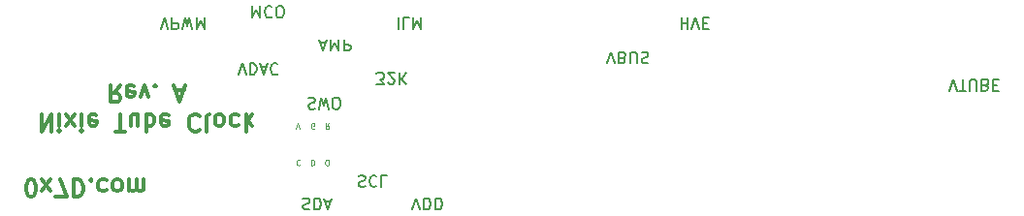
<source format=gbr>
G04 #@! TF.GenerationSoftware,KiCad,Pcbnew,(5.0.0)*
G04 #@! TF.CreationDate,2018-09-28T20:30:43-07:00*
G04 #@! TF.ProjectId,nixie_bottom_board,6E697869655F626F74746F6D5F626F61,rev?*
G04 #@! TF.SameCoordinates,Original*
G04 #@! TF.FileFunction,Legend,Bot*
G04 #@! TF.FilePolarity,Positive*
%FSLAX46Y46*%
G04 Gerber Fmt 4.6, Leading zero omitted, Abs format (unit mm)*
G04 Created by KiCad (PCBNEW (5.0.0)) date 09/28/18 20:30:43*
%MOMM*%
%LPD*%
G01*
G04 APERTURE LIST*
%ADD10C,0.100000*%
%ADD11C,0.200000*%
%ADD12C,0.300000*%
G04 APERTURE END LIST*
D10*
X133722380Y-105073809D02*
X133817619Y-105073809D01*
X133865238Y-105050000D01*
X133912857Y-105002380D01*
X133936666Y-104907142D01*
X133936666Y-104740476D01*
X133912857Y-104645238D01*
X133865238Y-104597619D01*
X133817619Y-104573809D01*
X133722380Y-104573809D01*
X133674761Y-104597619D01*
X133627142Y-104645238D01*
X133603333Y-104740476D01*
X133603333Y-104907142D01*
X133627142Y-105002380D01*
X133674761Y-105050000D01*
X133722380Y-105073809D01*
X132369047Y-104573809D02*
X132369047Y-105073809D01*
X132488095Y-105073809D01*
X132559523Y-105050000D01*
X132607142Y-105002380D01*
X132630952Y-104954761D01*
X132654761Y-104859523D01*
X132654761Y-104788095D01*
X132630952Y-104692857D01*
X132607142Y-104645238D01*
X132559523Y-104597619D01*
X132488095Y-104573809D01*
X132369047Y-104573809D01*
X131384761Y-104621428D02*
X131360952Y-104597619D01*
X131289523Y-104573809D01*
X131241904Y-104573809D01*
X131170476Y-104597619D01*
X131122857Y-104645238D01*
X131099047Y-104692857D01*
X131075238Y-104788095D01*
X131075238Y-104859523D01*
X131099047Y-104954761D01*
X131122857Y-105002380D01*
X131170476Y-105050000D01*
X131241904Y-105073809D01*
X131289523Y-105073809D01*
X131360952Y-105050000D01*
X131384761Y-105026190D01*
X133924761Y-101373809D02*
X133758095Y-101611904D01*
X133639047Y-101373809D02*
X133639047Y-101873809D01*
X133829523Y-101873809D01*
X133877142Y-101850000D01*
X133900952Y-101826190D01*
X133924761Y-101778571D01*
X133924761Y-101707142D01*
X133900952Y-101659523D01*
X133877142Y-101635714D01*
X133829523Y-101611904D01*
X133639047Y-101611904D01*
X132630952Y-101850000D02*
X132583333Y-101873809D01*
X132511904Y-101873809D01*
X132440476Y-101850000D01*
X132392857Y-101802380D01*
X132369047Y-101754761D01*
X132345238Y-101659523D01*
X132345238Y-101588095D01*
X132369047Y-101492857D01*
X132392857Y-101445238D01*
X132440476Y-101397619D01*
X132511904Y-101373809D01*
X132559523Y-101373809D01*
X132630952Y-101397619D01*
X132654761Y-101421428D01*
X132654761Y-101588095D01*
X132559523Y-101588095D01*
X131063333Y-101873809D02*
X131230000Y-101373809D01*
X131396666Y-101873809D01*
D11*
X132120476Y-99195238D02*
X132263333Y-99147619D01*
X132501428Y-99147619D01*
X132596666Y-99195238D01*
X132644285Y-99242857D01*
X132691904Y-99338095D01*
X132691904Y-99433333D01*
X132644285Y-99528571D01*
X132596666Y-99576190D01*
X132501428Y-99623809D01*
X132310952Y-99671428D01*
X132215714Y-99719047D01*
X132168095Y-99766666D01*
X132120476Y-99861904D01*
X132120476Y-99957142D01*
X132168095Y-100052380D01*
X132215714Y-100100000D01*
X132310952Y-100147619D01*
X132549047Y-100147619D01*
X132691904Y-100100000D01*
X133025238Y-100147619D02*
X133263333Y-99147619D01*
X133453809Y-99861904D01*
X133644285Y-99147619D01*
X133882380Y-100147619D01*
X134453809Y-100147619D02*
X134644285Y-100147619D01*
X134739523Y-100100000D01*
X134834761Y-100004761D01*
X134882380Y-99814285D01*
X134882380Y-99480952D01*
X134834761Y-99290476D01*
X134739523Y-99195238D01*
X134644285Y-99147619D01*
X134453809Y-99147619D01*
X134358571Y-99195238D01*
X134263333Y-99290476D01*
X134215714Y-99480952D01*
X134215714Y-99814285D01*
X134263333Y-100004761D01*
X134358571Y-100100000D01*
X134453809Y-100147619D01*
D12*
X107837857Y-107821428D02*
X107980714Y-107821428D01*
X108123571Y-107750000D01*
X108195000Y-107678571D01*
X108266428Y-107535714D01*
X108337857Y-107250000D01*
X108337857Y-106892857D01*
X108266428Y-106607142D01*
X108195000Y-106464285D01*
X108123571Y-106392857D01*
X107980714Y-106321428D01*
X107837857Y-106321428D01*
X107695000Y-106392857D01*
X107623571Y-106464285D01*
X107552142Y-106607142D01*
X107480714Y-106892857D01*
X107480714Y-107250000D01*
X107552142Y-107535714D01*
X107623571Y-107678571D01*
X107695000Y-107750000D01*
X107837857Y-107821428D01*
X108837857Y-106321428D02*
X109623571Y-107321428D01*
X108837857Y-107321428D02*
X109623571Y-106321428D01*
X110052142Y-107821428D02*
X111052142Y-107821428D01*
X110409285Y-106321428D01*
X111623571Y-106321428D02*
X111623571Y-107821428D01*
X111980714Y-107821428D01*
X112195000Y-107750000D01*
X112337857Y-107607142D01*
X112409285Y-107464285D01*
X112480714Y-107178571D01*
X112480714Y-106964285D01*
X112409285Y-106678571D01*
X112337857Y-106535714D01*
X112195000Y-106392857D01*
X111980714Y-106321428D01*
X111623571Y-106321428D01*
X113123571Y-106464285D02*
X113195000Y-106392857D01*
X113123571Y-106321428D01*
X113052142Y-106392857D01*
X113123571Y-106464285D01*
X113123571Y-106321428D01*
X114480714Y-106392857D02*
X114337857Y-106321428D01*
X114052142Y-106321428D01*
X113909285Y-106392857D01*
X113837857Y-106464285D01*
X113766428Y-106607142D01*
X113766428Y-107035714D01*
X113837857Y-107178571D01*
X113909285Y-107250000D01*
X114052142Y-107321428D01*
X114337857Y-107321428D01*
X114480714Y-107250000D01*
X115337857Y-106321428D02*
X115195000Y-106392857D01*
X115123571Y-106464285D01*
X115052142Y-106607142D01*
X115052142Y-107035714D01*
X115123571Y-107178571D01*
X115195000Y-107250000D01*
X115337857Y-107321428D01*
X115552142Y-107321428D01*
X115695000Y-107250000D01*
X115766428Y-107178571D01*
X115837857Y-107035714D01*
X115837857Y-106607142D01*
X115766428Y-106464285D01*
X115695000Y-106392857D01*
X115552142Y-106321428D01*
X115337857Y-106321428D01*
X116480714Y-106321428D02*
X116480714Y-107321428D01*
X116480714Y-107178571D02*
X116552142Y-107250000D01*
X116695000Y-107321428D01*
X116909285Y-107321428D01*
X117052142Y-107250000D01*
X117123571Y-107107142D01*
X117123571Y-106321428D01*
X117123571Y-107107142D02*
X117195000Y-107250000D01*
X117337857Y-107321428D01*
X117552142Y-107321428D01*
X117695000Y-107250000D01*
X117766428Y-107107142D01*
X117766428Y-106321428D01*
D11*
X158225238Y-96147619D02*
X158558571Y-95147619D01*
X158891904Y-96147619D01*
X159558571Y-95671428D02*
X159701428Y-95623809D01*
X159749047Y-95576190D01*
X159796666Y-95480952D01*
X159796666Y-95338095D01*
X159749047Y-95242857D01*
X159701428Y-95195238D01*
X159606190Y-95147619D01*
X159225238Y-95147619D01*
X159225238Y-96147619D01*
X159558571Y-96147619D01*
X159653809Y-96100000D01*
X159701428Y-96052380D01*
X159749047Y-95957142D01*
X159749047Y-95861904D01*
X159701428Y-95766666D01*
X159653809Y-95719047D01*
X159558571Y-95671428D01*
X159225238Y-95671428D01*
X160225238Y-96147619D02*
X160225238Y-95338095D01*
X160272857Y-95242857D01*
X160320476Y-95195238D01*
X160415714Y-95147619D01*
X160606190Y-95147619D01*
X160701428Y-95195238D01*
X160749047Y-95242857D01*
X160796666Y-95338095D01*
X160796666Y-96147619D01*
X161225238Y-95195238D02*
X161368095Y-95147619D01*
X161606190Y-95147619D01*
X161701428Y-95195238D01*
X161749047Y-95242857D01*
X161796666Y-95338095D01*
X161796666Y-95433333D01*
X161749047Y-95528571D01*
X161701428Y-95576190D01*
X161606190Y-95623809D01*
X161415714Y-95671428D01*
X161320476Y-95719047D01*
X161272857Y-95766666D01*
X161225238Y-95861904D01*
X161225238Y-95957142D01*
X161272857Y-96052380D01*
X161320476Y-96100000D01*
X161415714Y-96147619D01*
X161653809Y-96147619D01*
X161796666Y-96100000D01*
D12*
X108821428Y-100596428D02*
X108821428Y-102096428D01*
X109678571Y-100596428D01*
X109678571Y-102096428D01*
X110392857Y-100596428D02*
X110392857Y-101596428D01*
X110392857Y-102096428D02*
X110321428Y-102025000D01*
X110392857Y-101953571D01*
X110464285Y-102025000D01*
X110392857Y-102096428D01*
X110392857Y-101953571D01*
X110964285Y-100596428D02*
X111750000Y-101596428D01*
X110964285Y-101596428D02*
X111750000Y-100596428D01*
X112321428Y-100596428D02*
X112321428Y-101596428D01*
X112321428Y-102096428D02*
X112250000Y-102025000D01*
X112321428Y-101953571D01*
X112392857Y-102025000D01*
X112321428Y-102096428D01*
X112321428Y-101953571D01*
X113607142Y-100667857D02*
X113464285Y-100596428D01*
X113178571Y-100596428D01*
X113035714Y-100667857D01*
X112964285Y-100810714D01*
X112964285Y-101382142D01*
X113035714Y-101525000D01*
X113178571Y-101596428D01*
X113464285Y-101596428D01*
X113607142Y-101525000D01*
X113678571Y-101382142D01*
X113678571Y-101239285D01*
X112964285Y-101096428D01*
X115250000Y-102096428D02*
X116107142Y-102096428D01*
X115678571Y-100596428D02*
X115678571Y-102096428D01*
X117250000Y-101596428D02*
X117250000Y-100596428D01*
X116607142Y-101596428D02*
X116607142Y-100810714D01*
X116678571Y-100667857D01*
X116821428Y-100596428D01*
X117035714Y-100596428D01*
X117178571Y-100667857D01*
X117250000Y-100739285D01*
X117964285Y-100596428D02*
X117964285Y-102096428D01*
X117964285Y-101525000D02*
X118107142Y-101596428D01*
X118392857Y-101596428D01*
X118535714Y-101525000D01*
X118607142Y-101453571D01*
X118678571Y-101310714D01*
X118678571Y-100882142D01*
X118607142Y-100739285D01*
X118535714Y-100667857D01*
X118392857Y-100596428D01*
X118107142Y-100596428D01*
X117964285Y-100667857D01*
X119892857Y-100667857D02*
X119749999Y-100596428D01*
X119464285Y-100596428D01*
X119321428Y-100667857D01*
X119249999Y-100810714D01*
X119249999Y-101382142D01*
X119321428Y-101525000D01*
X119464285Y-101596428D01*
X119749999Y-101596428D01*
X119892857Y-101525000D01*
X119964285Y-101382142D01*
X119964285Y-101239285D01*
X119249999Y-101096428D01*
X122607142Y-100739285D02*
X122535714Y-100667857D01*
X122321428Y-100596428D01*
X122178571Y-100596428D01*
X121964285Y-100667857D01*
X121821428Y-100810714D01*
X121749999Y-100953571D01*
X121678571Y-101239285D01*
X121678571Y-101453571D01*
X121749999Y-101739285D01*
X121821428Y-101882142D01*
X121964285Y-102025000D01*
X122178571Y-102096428D01*
X122321428Y-102096428D01*
X122535714Y-102025000D01*
X122607142Y-101953571D01*
X123464285Y-100596428D02*
X123321428Y-100667857D01*
X123249999Y-100810714D01*
X123249999Y-102096428D01*
X124249999Y-100596428D02*
X124107142Y-100667857D01*
X124035714Y-100739285D01*
X123964285Y-100882142D01*
X123964285Y-101310714D01*
X124035714Y-101453571D01*
X124107142Y-101525000D01*
X124249999Y-101596428D01*
X124464285Y-101596428D01*
X124607142Y-101525000D01*
X124678571Y-101453571D01*
X124749999Y-101310714D01*
X124749999Y-100882142D01*
X124678571Y-100739285D01*
X124607142Y-100667857D01*
X124464285Y-100596428D01*
X124249999Y-100596428D01*
X126035714Y-100667857D02*
X125892857Y-100596428D01*
X125607142Y-100596428D01*
X125464285Y-100667857D01*
X125392857Y-100739285D01*
X125321428Y-100882142D01*
X125321428Y-101310714D01*
X125392857Y-101453571D01*
X125464285Y-101525000D01*
X125607142Y-101596428D01*
X125892857Y-101596428D01*
X126035714Y-101525000D01*
X126678571Y-100596428D02*
X126678571Y-102096428D01*
X126821428Y-101167857D02*
X127249999Y-100596428D01*
X127249999Y-101596428D02*
X126678571Y-101025000D01*
X115678571Y-98046428D02*
X115178571Y-98760714D01*
X114821428Y-98046428D02*
X114821428Y-99546428D01*
X115392857Y-99546428D01*
X115535714Y-99475000D01*
X115607142Y-99403571D01*
X115678571Y-99260714D01*
X115678571Y-99046428D01*
X115607142Y-98903571D01*
X115535714Y-98832142D01*
X115392857Y-98760714D01*
X114821428Y-98760714D01*
X116892857Y-98117857D02*
X116750000Y-98046428D01*
X116464285Y-98046428D01*
X116321428Y-98117857D01*
X116250000Y-98260714D01*
X116250000Y-98832142D01*
X116321428Y-98975000D01*
X116464285Y-99046428D01*
X116750000Y-99046428D01*
X116892857Y-98975000D01*
X116964285Y-98832142D01*
X116964285Y-98689285D01*
X116250000Y-98546428D01*
X117464285Y-99046428D02*
X117821428Y-98046428D01*
X118178571Y-99046428D01*
X118750000Y-98189285D02*
X118821428Y-98117857D01*
X118750000Y-98046428D01*
X118678571Y-98117857D01*
X118750000Y-98189285D01*
X118750000Y-98046428D01*
X120535714Y-98475000D02*
X121250000Y-98475000D01*
X120392857Y-98046428D02*
X120892857Y-99546428D01*
X121392857Y-98046428D01*
D11*
X188109523Y-98547619D02*
X188442857Y-97547619D01*
X188776190Y-98547619D01*
X188966666Y-98547619D02*
X189538095Y-98547619D01*
X189252380Y-97547619D02*
X189252380Y-98547619D01*
X189871428Y-98547619D02*
X189871428Y-97738095D01*
X189919047Y-97642857D01*
X189966666Y-97595238D01*
X190061904Y-97547619D01*
X190252380Y-97547619D01*
X190347619Y-97595238D01*
X190395238Y-97642857D01*
X190442857Y-97738095D01*
X190442857Y-98547619D01*
X191252380Y-98071428D02*
X191395238Y-98023809D01*
X191442857Y-97976190D01*
X191490476Y-97880952D01*
X191490476Y-97738095D01*
X191442857Y-97642857D01*
X191395238Y-97595238D01*
X191300000Y-97547619D01*
X190919047Y-97547619D01*
X190919047Y-98547619D01*
X191252380Y-98547619D01*
X191347619Y-98500000D01*
X191395238Y-98452380D01*
X191442857Y-98357142D01*
X191442857Y-98261904D01*
X191395238Y-98166666D01*
X191347619Y-98119047D01*
X191252380Y-98071428D01*
X190919047Y-98071428D01*
X191919047Y-98071428D02*
X192252380Y-98071428D01*
X192395238Y-97547619D02*
X191919047Y-97547619D01*
X191919047Y-98547619D01*
X192395238Y-98547619D01*
X136509523Y-105995238D02*
X136652380Y-105947619D01*
X136890476Y-105947619D01*
X136985714Y-105995238D01*
X137033333Y-106042857D01*
X137080952Y-106138095D01*
X137080952Y-106233333D01*
X137033333Y-106328571D01*
X136985714Y-106376190D01*
X136890476Y-106423809D01*
X136700000Y-106471428D01*
X136604761Y-106519047D01*
X136557142Y-106566666D01*
X136509523Y-106661904D01*
X136509523Y-106757142D01*
X136557142Y-106852380D01*
X136604761Y-106900000D01*
X136700000Y-106947619D01*
X136938095Y-106947619D01*
X137080952Y-106900000D01*
X138080952Y-106042857D02*
X138033333Y-105995238D01*
X137890476Y-105947619D01*
X137795238Y-105947619D01*
X137652380Y-105995238D01*
X137557142Y-106090476D01*
X137509523Y-106185714D01*
X137461904Y-106376190D01*
X137461904Y-106519047D01*
X137509523Y-106709523D01*
X137557142Y-106804761D01*
X137652380Y-106900000D01*
X137795238Y-106947619D01*
X137890476Y-106947619D01*
X138033333Y-106900000D01*
X138080952Y-106852380D01*
X138985714Y-105947619D02*
X138509523Y-105947619D01*
X138509523Y-106947619D01*
X141225238Y-108947619D02*
X141558571Y-107947619D01*
X141891904Y-108947619D01*
X142225238Y-107947619D02*
X142225238Y-108947619D01*
X142463333Y-108947619D01*
X142606190Y-108900000D01*
X142701428Y-108804761D01*
X142749047Y-108709523D01*
X142796666Y-108519047D01*
X142796666Y-108376190D01*
X142749047Y-108185714D01*
X142701428Y-108090476D01*
X142606190Y-107995238D01*
X142463333Y-107947619D01*
X142225238Y-107947619D01*
X143225238Y-107947619D02*
X143225238Y-108947619D01*
X143463333Y-108947619D01*
X143606190Y-108900000D01*
X143701428Y-108804761D01*
X143749047Y-108709523D01*
X143796666Y-108519047D01*
X143796666Y-108376190D01*
X143749047Y-108185714D01*
X143701428Y-108090476D01*
X143606190Y-107995238D01*
X143463333Y-107947619D01*
X143225238Y-107947619D01*
X131650952Y-107995238D02*
X131793809Y-107947619D01*
X132031904Y-107947619D01*
X132127142Y-107995238D01*
X132174761Y-108042857D01*
X132222380Y-108138095D01*
X132222380Y-108233333D01*
X132174761Y-108328571D01*
X132127142Y-108376190D01*
X132031904Y-108423809D01*
X131841428Y-108471428D01*
X131746190Y-108519047D01*
X131698571Y-108566666D01*
X131650952Y-108661904D01*
X131650952Y-108757142D01*
X131698571Y-108852380D01*
X131746190Y-108900000D01*
X131841428Y-108947619D01*
X132079523Y-108947619D01*
X132222380Y-108900000D01*
X132650952Y-107947619D02*
X132650952Y-108947619D01*
X132889047Y-108947619D01*
X133031904Y-108900000D01*
X133127142Y-108804761D01*
X133174761Y-108709523D01*
X133222380Y-108519047D01*
X133222380Y-108376190D01*
X133174761Y-108185714D01*
X133127142Y-108090476D01*
X133031904Y-107995238D01*
X132889047Y-107947619D01*
X132650952Y-107947619D01*
X133603333Y-108233333D02*
X134079523Y-108233333D01*
X133508095Y-107947619D02*
X133841428Y-108947619D01*
X134174761Y-107947619D01*
X119223809Y-93147619D02*
X119557142Y-92147619D01*
X119890476Y-93147619D01*
X120223809Y-92147619D02*
X120223809Y-93147619D01*
X120604761Y-93147619D01*
X120700000Y-93100000D01*
X120747619Y-93052380D01*
X120795238Y-92957142D01*
X120795238Y-92814285D01*
X120747619Y-92719047D01*
X120700000Y-92671428D01*
X120604761Y-92623809D01*
X120223809Y-92623809D01*
X121128571Y-93147619D02*
X121366666Y-92147619D01*
X121557142Y-92861904D01*
X121747619Y-92147619D01*
X121985714Y-93147619D01*
X122366666Y-92147619D02*
X122366666Y-93147619D01*
X122700000Y-92433333D01*
X123033333Y-93147619D01*
X123033333Y-92147619D01*
X126025238Y-97147619D02*
X126358571Y-96147619D01*
X126691904Y-97147619D01*
X127025238Y-96147619D02*
X127025238Y-97147619D01*
X127263333Y-97147619D01*
X127406190Y-97100000D01*
X127501428Y-97004761D01*
X127549047Y-96909523D01*
X127596666Y-96719047D01*
X127596666Y-96576190D01*
X127549047Y-96385714D01*
X127501428Y-96290476D01*
X127406190Y-96195238D01*
X127263333Y-96147619D01*
X127025238Y-96147619D01*
X127977619Y-96433333D02*
X128453809Y-96433333D01*
X127882380Y-96147619D02*
X128215714Y-97147619D01*
X128549047Y-96147619D01*
X129453809Y-96242857D02*
X129406190Y-96195238D01*
X129263333Y-96147619D01*
X129168095Y-96147619D01*
X129025238Y-96195238D01*
X128930000Y-96290476D01*
X128882380Y-96385714D01*
X128834761Y-96576190D01*
X128834761Y-96719047D01*
X128882380Y-96909523D01*
X128930000Y-97004761D01*
X129025238Y-97100000D01*
X129168095Y-97147619D01*
X129263333Y-97147619D01*
X129406190Y-97100000D01*
X129453809Y-97052380D01*
X133190476Y-94333333D02*
X133666666Y-94333333D01*
X133095238Y-94047619D02*
X133428571Y-95047619D01*
X133761904Y-94047619D01*
X134095238Y-94047619D02*
X134095238Y-95047619D01*
X134428571Y-94333333D01*
X134761904Y-95047619D01*
X134761904Y-94047619D01*
X135238095Y-94047619D02*
X135238095Y-95047619D01*
X135619047Y-95047619D01*
X135714285Y-95000000D01*
X135761904Y-94952380D01*
X135809523Y-94857142D01*
X135809523Y-94714285D01*
X135761904Y-94619047D01*
X135714285Y-94571428D01*
X135619047Y-94523809D01*
X135238095Y-94523809D01*
X127217619Y-91147619D02*
X127217619Y-92147619D01*
X127550952Y-91433333D01*
X127884285Y-92147619D01*
X127884285Y-91147619D01*
X128931904Y-91242857D02*
X128884285Y-91195238D01*
X128741428Y-91147619D01*
X128646190Y-91147619D01*
X128503333Y-91195238D01*
X128408095Y-91290476D01*
X128360476Y-91385714D01*
X128312857Y-91576190D01*
X128312857Y-91719047D01*
X128360476Y-91909523D01*
X128408095Y-92004761D01*
X128503333Y-92100000D01*
X128646190Y-92147619D01*
X128741428Y-92147619D01*
X128884285Y-92100000D01*
X128931904Y-92052380D01*
X129550952Y-92147619D02*
X129741428Y-92147619D01*
X129836666Y-92100000D01*
X129931904Y-92004761D01*
X129979523Y-91814285D01*
X129979523Y-91480952D01*
X129931904Y-91290476D01*
X129836666Y-91195238D01*
X129741428Y-91147619D01*
X129550952Y-91147619D01*
X129455714Y-91195238D01*
X129360476Y-91290476D01*
X129312857Y-91480952D01*
X129312857Y-91814285D01*
X129360476Y-92004761D01*
X129455714Y-92100000D01*
X129550952Y-92147619D01*
X138090476Y-97947619D02*
X138709523Y-97947619D01*
X138376190Y-97566666D01*
X138519047Y-97566666D01*
X138614285Y-97519047D01*
X138661904Y-97471428D01*
X138709523Y-97376190D01*
X138709523Y-97138095D01*
X138661904Y-97042857D01*
X138614285Y-96995238D01*
X138519047Y-96947619D01*
X138233333Y-96947619D01*
X138138095Y-96995238D01*
X138090476Y-97042857D01*
X139090476Y-97852380D02*
X139138095Y-97900000D01*
X139233333Y-97947619D01*
X139471428Y-97947619D01*
X139566666Y-97900000D01*
X139614285Y-97852380D01*
X139661904Y-97757142D01*
X139661904Y-97661904D01*
X139614285Y-97519047D01*
X139042857Y-96947619D01*
X139661904Y-96947619D01*
X140090476Y-96947619D02*
X140090476Y-97947619D01*
X140661904Y-96947619D02*
X140233333Y-97519047D01*
X140661904Y-97947619D02*
X140090476Y-97376190D01*
X139979523Y-92147619D02*
X139979523Y-93147619D01*
X140931904Y-92147619D02*
X140455714Y-92147619D01*
X140455714Y-93147619D01*
X141265238Y-92147619D02*
X141265238Y-93147619D01*
X141598571Y-92433333D01*
X141931904Y-93147619D01*
X141931904Y-92147619D01*
X164698571Y-92147619D02*
X164698571Y-93147619D01*
X164698571Y-92671428D02*
X165270000Y-92671428D01*
X165270000Y-92147619D02*
X165270000Y-93147619D01*
X165603333Y-93147619D02*
X165936666Y-92147619D01*
X166270000Y-93147619D01*
X166603333Y-92671428D02*
X166936666Y-92671428D01*
X167079523Y-92147619D02*
X166603333Y-92147619D01*
X166603333Y-93147619D01*
X167079523Y-93147619D01*
M02*

</source>
